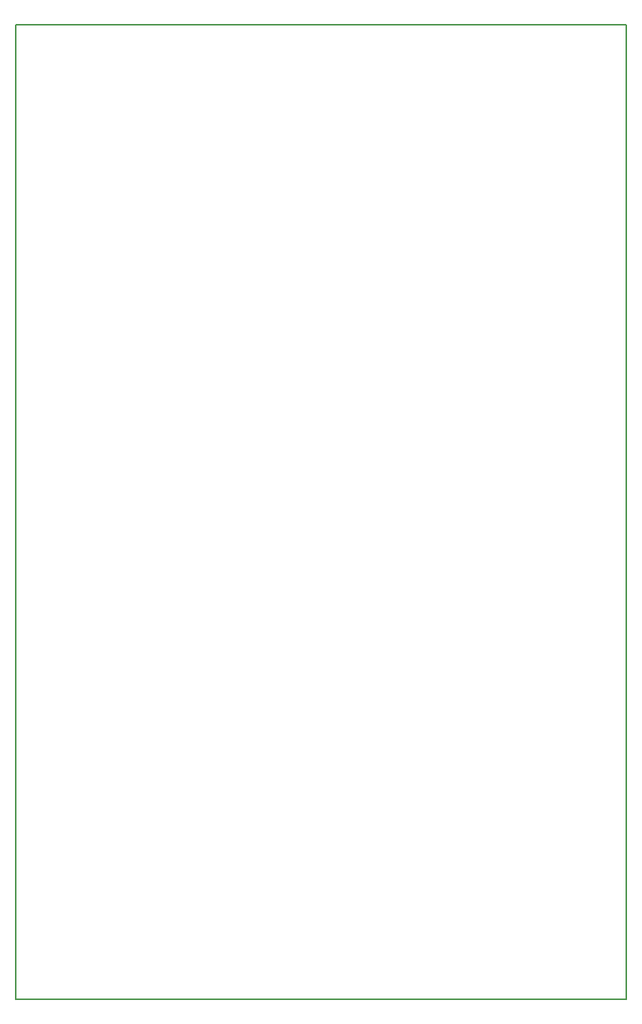
<source format=gm1>
G04 #@! TF.GenerationSoftware,KiCad,Pcbnew,5.0.2-bee76a0~70~ubuntu16.04.1*
G04 #@! TF.CreationDate,2021-04-15T07:32:01+02:00*
G04 #@! TF.ProjectId,axis2,61786973-322e-46b6-9963-61645f706362,1.0*
G04 #@! TF.SameCoordinates,Original*
G04 #@! TF.FileFunction,Profile,NP*
%FSLAX46Y46*%
G04 Gerber Fmt 4.6, Leading zero omitted, Abs format (unit mm)*
G04 Created by KiCad (PCBNEW 5.0.2-bee76a0~70~ubuntu16.04.1) date gio 15 apr 2021 07:32:01 CEST*
%MOMM*%
%LPD*%
G01*
G04 APERTURE LIST*
%ADD10C,0.150000*%
G04 APERTURE END LIST*
D10*
X79000000Y-160000000D02*
X79000000Y-50000000D01*
X148000000Y-160000000D02*
X79000000Y-160000000D01*
X148000000Y-50000000D02*
X148000000Y-160000000D01*
X79000000Y-50000000D02*
X148000000Y-50000000D01*
M02*

</source>
